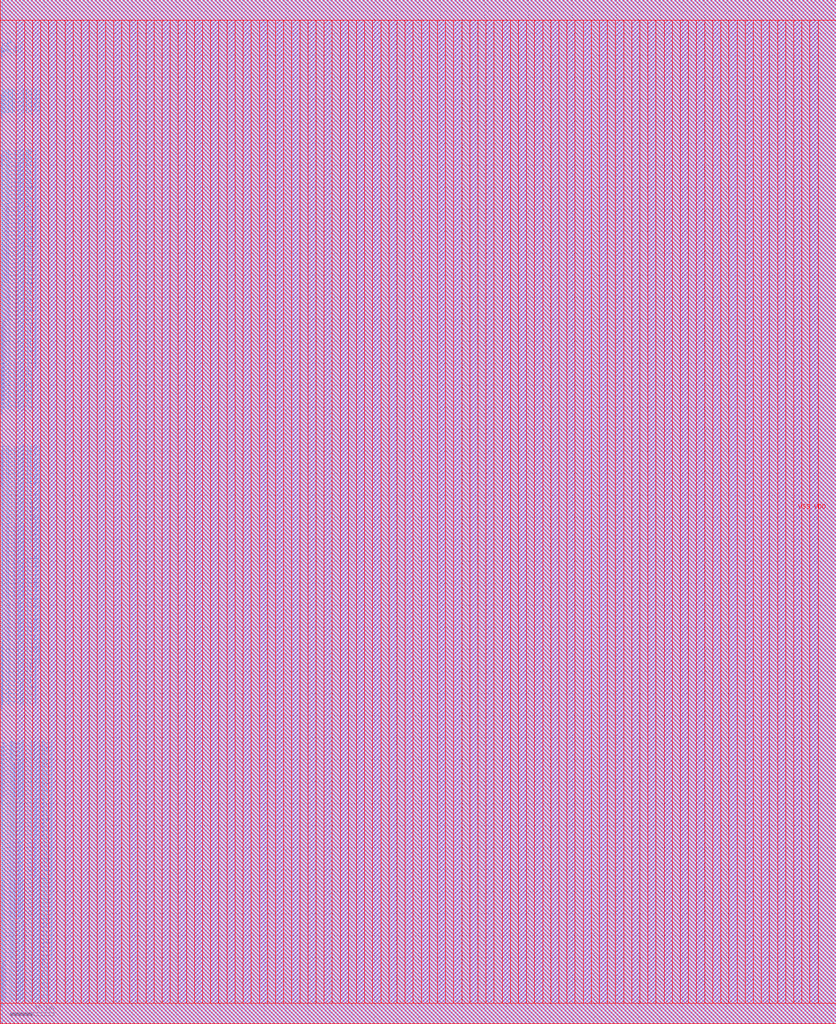
<source format=lef>
VERSION 5.7 ;
BUSBITCHARS "[]" ;
MACRO fakeram130_64x64
  FOREIGN fakeram130_64x64 0 0 ;
  SYMMETRY X Y R90 ;
  SIZE 189.980 BY 232.560 ;
  CLASS BLOCK ;
  PIN w_mask_in[0]
    DIRECTION INPUT ;
    USE SIGNAL ;
    SHAPE ABUTMENT ;
    PORT
      LAYER met3 ;
      RECT 0.000 4.370 0.460 4.830 ;
    END
  END w_mask_in[0]
  PIN w_mask_in[1]
    DIRECTION INPUT ;
    USE SIGNAL ;
    SHAPE ABUTMENT ;
    PORT
      LAYER met3 ;
      RECT 0.000 5.290 0.460 5.750 ;
    END
  END w_mask_in[1]
  PIN w_mask_in[2]
    DIRECTION INPUT ;
    USE SIGNAL ;
    SHAPE ABUTMENT ;
    PORT
      LAYER met3 ;
      RECT 0.000 6.210 0.460 6.670 ;
    END
  END w_mask_in[2]
  PIN w_mask_in[3]
    DIRECTION INPUT ;
    USE SIGNAL ;
    SHAPE ABUTMENT ;
    PORT
      LAYER met3 ;
      RECT 0.000 7.130 0.460 7.590 ;
    END
  END w_mask_in[3]
  PIN w_mask_in[4]
    DIRECTION INPUT ;
    USE SIGNAL ;
    SHAPE ABUTMENT ;
    PORT
      LAYER met3 ;
      RECT 0.000 8.050 0.460 8.510 ;
    END
  END w_mask_in[4]
  PIN w_mask_in[5]
    DIRECTION INPUT ;
    USE SIGNAL ;
    SHAPE ABUTMENT ;
    PORT
      LAYER met3 ;
      RECT 0.000 8.970 0.460 9.430 ;
    END
  END w_mask_in[5]
  PIN w_mask_in[6]
    DIRECTION INPUT ;
    USE SIGNAL ;
    SHAPE ABUTMENT ;
    PORT
      LAYER met3 ;
      RECT 0.000 9.890 0.460 10.350 ;
    END
  END w_mask_in[6]
  PIN w_mask_in[7]
    DIRECTION INPUT ;
    USE SIGNAL ;
    SHAPE ABUTMENT ;
    PORT
      LAYER met3 ;
      RECT 0.000 10.810 0.460 11.270 ;
    END
  END w_mask_in[7]
  PIN w_mask_in[8]
    DIRECTION INPUT ;
    USE SIGNAL ;
    SHAPE ABUTMENT ;
    PORT
      LAYER met3 ;
      RECT 0.000 11.730 0.460 12.190 ;
    END
  END w_mask_in[8]
  PIN w_mask_in[9]
    DIRECTION INPUT ;
    USE SIGNAL ;
    SHAPE ABUTMENT ;
    PORT
      LAYER met3 ;
      RECT 0.000 12.650 0.460 13.110 ;
    END
  END w_mask_in[9]
  PIN w_mask_in[10]
    DIRECTION INPUT ;
    USE SIGNAL ;
    SHAPE ABUTMENT ;
    PORT
      LAYER met3 ;
      RECT 0.000 13.570 0.460 14.030 ;
    END
  END w_mask_in[10]
  PIN w_mask_in[11]
    DIRECTION INPUT ;
    USE SIGNAL ;
    SHAPE ABUTMENT ;
    PORT
      LAYER met3 ;
      RECT 0.000 14.490 0.460 14.950 ;
    END
  END w_mask_in[11]
  PIN w_mask_in[12]
    DIRECTION INPUT ;
    USE SIGNAL ;
    SHAPE ABUTMENT ;
    PORT
      LAYER met3 ;
      RECT 0.000 15.410 0.460 15.870 ;
    END
  END w_mask_in[12]
  PIN w_mask_in[13]
    DIRECTION INPUT ;
    USE SIGNAL ;
    SHAPE ABUTMENT ;
    PORT
      LAYER met3 ;
      RECT 0.000 16.330 0.460 16.790 ;
    END
  END w_mask_in[13]
  PIN w_mask_in[14]
    DIRECTION INPUT ;
    USE SIGNAL ;
    SHAPE ABUTMENT ;
    PORT
      LAYER met3 ;
      RECT 0.000 17.250 0.460 17.710 ;
    END
  END w_mask_in[14]
  PIN w_mask_in[15]
    DIRECTION INPUT ;
    USE SIGNAL ;
    SHAPE ABUTMENT ;
    PORT
      LAYER met3 ;
      RECT 0.000 18.170 0.460 18.630 ;
    END
  END w_mask_in[15]
  PIN w_mask_in[16]
    DIRECTION INPUT ;
    USE SIGNAL ;
    SHAPE ABUTMENT ;
    PORT
      LAYER met3 ;
      RECT 0.000 19.090 0.460 19.550 ;
    END
  END w_mask_in[16]
  PIN w_mask_in[17]
    DIRECTION INPUT ;
    USE SIGNAL ;
    SHAPE ABUTMENT ;
    PORT
      LAYER met3 ;
      RECT 0.000 20.010 0.460 20.470 ;
    END
  END w_mask_in[17]
  PIN w_mask_in[18]
    DIRECTION INPUT ;
    USE SIGNAL ;
    SHAPE ABUTMENT ;
    PORT
      LAYER met3 ;
      RECT 0.000 20.930 0.460 21.390 ;
    END
  END w_mask_in[18]
  PIN w_mask_in[19]
    DIRECTION INPUT ;
    USE SIGNAL ;
    SHAPE ABUTMENT ;
    PORT
      LAYER met3 ;
      RECT 0.000 21.850 0.460 22.310 ;
    END
  END w_mask_in[19]
  PIN w_mask_in[20]
    DIRECTION INPUT ;
    USE SIGNAL ;
    SHAPE ABUTMENT ;
    PORT
      LAYER met3 ;
      RECT 0.000 22.770 0.460 23.230 ;
    END
  END w_mask_in[20]
  PIN w_mask_in[21]
    DIRECTION INPUT ;
    USE SIGNAL ;
    SHAPE ABUTMENT ;
    PORT
      LAYER met3 ;
      RECT 0.000 23.690 0.460 24.150 ;
    END
  END w_mask_in[21]
  PIN w_mask_in[22]
    DIRECTION INPUT ;
    USE SIGNAL ;
    SHAPE ABUTMENT ;
    PORT
      LAYER met3 ;
      RECT 0.000 24.610 0.460 25.070 ;
    END
  END w_mask_in[22]
  PIN w_mask_in[23]
    DIRECTION INPUT ;
    USE SIGNAL ;
    SHAPE ABUTMENT ;
    PORT
      LAYER met3 ;
      RECT 0.000 25.530 0.460 25.990 ;
    END
  END w_mask_in[23]
  PIN w_mask_in[24]
    DIRECTION INPUT ;
    USE SIGNAL ;
    SHAPE ABUTMENT ;
    PORT
      LAYER met3 ;
      RECT 0.000 26.450 0.460 26.910 ;
    END
  END w_mask_in[24]
  PIN w_mask_in[25]
    DIRECTION INPUT ;
    USE SIGNAL ;
    SHAPE ABUTMENT ;
    PORT
      LAYER met3 ;
      RECT 0.000 27.370 0.460 27.830 ;
    END
  END w_mask_in[25]
  PIN w_mask_in[26]
    DIRECTION INPUT ;
    USE SIGNAL ;
    SHAPE ABUTMENT ;
    PORT
      LAYER met3 ;
      RECT 0.000 28.290 0.460 28.750 ;
    END
  END w_mask_in[26]
  PIN w_mask_in[27]
    DIRECTION INPUT ;
    USE SIGNAL ;
    SHAPE ABUTMENT ;
    PORT
      LAYER met3 ;
      RECT 0.000 29.210 0.460 29.670 ;
    END
  END w_mask_in[27]
  PIN w_mask_in[28]
    DIRECTION INPUT ;
    USE SIGNAL ;
    SHAPE ABUTMENT ;
    PORT
      LAYER met3 ;
      RECT 0.000 30.130 0.460 30.590 ;
    END
  END w_mask_in[28]
  PIN w_mask_in[29]
    DIRECTION INPUT ;
    USE SIGNAL ;
    SHAPE ABUTMENT ;
    PORT
      LAYER met3 ;
      RECT 0.000 31.050 0.460 31.510 ;
    END
  END w_mask_in[29]
  PIN w_mask_in[30]
    DIRECTION INPUT ;
    USE SIGNAL ;
    SHAPE ABUTMENT ;
    PORT
      LAYER met3 ;
      RECT 0.000 31.970 0.460 32.430 ;
    END
  END w_mask_in[30]
  PIN w_mask_in[31]
    DIRECTION INPUT ;
    USE SIGNAL ;
    SHAPE ABUTMENT ;
    PORT
      LAYER met3 ;
      RECT 0.000 32.890 0.460 33.350 ;
    END
  END w_mask_in[31]
  PIN w_mask_in[32]
    DIRECTION INPUT ;
    USE SIGNAL ;
    SHAPE ABUTMENT ;
    PORT
      LAYER met3 ;
      RECT 0.000 33.810 0.460 34.270 ;
    END
  END w_mask_in[32]
  PIN w_mask_in[33]
    DIRECTION INPUT ;
    USE SIGNAL ;
    SHAPE ABUTMENT ;
    PORT
      LAYER met3 ;
      RECT 0.000 34.730 0.460 35.190 ;
    END
  END w_mask_in[33]
  PIN w_mask_in[34]
    DIRECTION INPUT ;
    USE SIGNAL ;
    SHAPE ABUTMENT ;
    PORT
      LAYER met3 ;
      RECT 0.000 35.650 0.460 36.110 ;
    END
  END w_mask_in[34]
  PIN w_mask_in[35]
    DIRECTION INPUT ;
    USE SIGNAL ;
    SHAPE ABUTMENT ;
    PORT
      LAYER met3 ;
      RECT 0.000 36.570 0.460 37.030 ;
    END
  END w_mask_in[35]
  PIN w_mask_in[36]
    DIRECTION INPUT ;
    USE SIGNAL ;
    SHAPE ABUTMENT ;
    PORT
      LAYER met3 ;
      RECT 0.000 37.490 0.460 37.950 ;
    END
  END w_mask_in[36]
  PIN w_mask_in[37]
    DIRECTION INPUT ;
    USE SIGNAL ;
    SHAPE ABUTMENT ;
    PORT
      LAYER met3 ;
      RECT 0.000 38.410 0.460 38.870 ;
    END
  END w_mask_in[37]
  PIN w_mask_in[38]
    DIRECTION INPUT ;
    USE SIGNAL ;
    SHAPE ABUTMENT ;
    PORT
      LAYER met3 ;
      RECT 0.000 39.330 0.460 39.790 ;
    END
  END w_mask_in[38]
  PIN w_mask_in[39]
    DIRECTION INPUT ;
    USE SIGNAL ;
    SHAPE ABUTMENT ;
    PORT
      LAYER met3 ;
      RECT 0.000 40.250 0.460 40.710 ;
    END
  END w_mask_in[39]
  PIN w_mask_in[40]
    DIRECTION INPUT ;
    USE SIGNAL ;
    SHAPE ABUTMENT ;
    PORT
      LAYER met3 ;
      RECT 0.000 41.170 0.460 41.630 ;
    END
  END w_mask_in[40]
  PIN w_mask_in[41]
    DIRECTION INPUT ;
    USE SIGNAL ;
    SHAPE ABUTMENT ;
    PORT
      LAYER met3 ;
      RECT 0.000 42.090 0.460 42.550 ;
    END
  END w_mask_in[41]
  PIN w_mask_in[42]
    DIRECTION INPUT ;
    USE SIGNAL ;
    SHAPE ABUTMENT ;
    PORT
      LAYER met3 ;
      RECT 0.000 43.010 0.460 43.470 ;
    END
  END w_mask_in[42]
  PIN w_mask_in[43]
    DIRECTION INPUT ;
    USE SIGNAL ;
    SHAPE ABUTMENT ;
    PORT
      LAYER met3 ;
      RECT 0.000 43.930 0.460 44.390 ;
    END
  END w_mask_in[43]
  PIN w_mask_in[44]
    DIRECTION INPUT ;
    USE SIGNAL ;
    SHAPE ABUTMENT ;
    PORT
      LAYER met3 ;
      RECT 0.000 44.850 0.460 45.310 ;
    END
  END w_mask_in[44]
  PIN w_mask_in[45]
    DIRECTION INPUT ;
    USE SIGNAL ;
    SHAPE ABUTMENT ;
    PORT
      LAYER met3 ;
      RECT 0.000 45.770 0.460 46.230 ;
    END
  END w_mask_in[45]
  PIN w_mask_in[46]
    DIRECTION INPUT ;
    USE SIGNAL ;
    SHAPE ABUTMENT ;
    PORT
      LAYER met3 ;
      RECT 0.000 46.690 0.460 47.150 ;
    END
  END w_mask_in[46]
  PIN w_mask_in[47]
    DIRECTION INPUT ;
    USE SIGNAL ;
    SHAPE ABUTMENT ;
    PORT
      LAYER met3 ;
      RECT 0.000 47.610 0.460 48.070 ;
    END
  END w_mask_in[47]
  PIN w_mask_in[48]
    DIRECTION INPUT ;
    USE SIGNAL ;
    SHAPE ABUTMENT ;
    PORT
      LAYER met3 ;
      RECT 0.000 48.530 0.460 48.990 ;
    END
  END w_mask_in[48]
  PIN w_mask_in[49]
    DIRECTION INPUT ;
    USE SIGNAL ;
    SHAPE ABUTMENT ;
    PORT
      LAYER met3 ;
      RECT 0.000 49.450 0.460 49.910 ;
    END
  END w_mask_in[49]
  PIN w_mask_in[50]
    DIRECTION INPUT ;
    USE SIGNAL ;
    SHAPE ABUTMENT ;
    PORT
      LAYER met3 ;
      RECT 0.000 50.370 0.460 50.830 ;
    END
  END w_mask_in[50]
  PIN w_mask_in[51]
    DIRECTION INPUT ;
    USE SIGNAL ;
    SHAPE ABUTMENT ;
    PORT
      LAYER met3 ;
      RECT 0.000 51.290 0.460 51.750 ;
    END
  END w_mask_in[51]
  PIN w_mask_in[52]
    DIRECTION INPUT ;
    USE SIGNAL ;
    SHAPE ABUTMENT ;
    PORT
      LAYER met3 ;
      RECT 0.000 52.210 0.460 52.670 ;
    END
  END w_mask_in[52]
  PIN w_mask_in[53]
    DIRECTION INPUT ;
    USE SIGNAL ;
    SHAPE ABUTMENT ;
    PORT
      LAYER met3 ;
      RECT 0.000 53.130 0.460 53.590 ;
    END
  END w_mask_in[53]
  PIN w_mask_in[54]
    DIRECTION INPUT ;
    USE SIGNAL ;
    SHAPE ABUTMENT ;
    PORT
      LAYER met3 ;
      RECT 0.000 54.050 0.460 54.510 ;
    END
  END w_mask_in[54]
  PIN w_mask_in[55]
    DIRECTION INPUT ;
    USE SIGNAL ;
    SHAPE ABUTMENT ;
    PORT
      LAYER met3 ;
      RECT 0.000 54.970 0.460 55.430 ;
    END
  END w_mask_in[55]
  PIN w_mask_in[56]
    DIRECTION INPUT ;
    USE SIGNAL ;
    SHAPE ABUTMENT ;
    PORT
      LAYER met3 ;
      RECT 0.000 55.890 0.460 56.350 ;
    END
  END w_mask_in[56]
  PIN w_mask_in[57]
    DIRECTION INPUT ;
    USE SIGNAL ;
    SHAPE ABUTMENT ;
    PORT
      LAYER met3 ;
      RECT 0.000 56.810 0.460 57.270 ;
    END
  END w_mask_in[57]
  PIN w_mask_in[58]
    DIRECTION INPUT ;
    USE SIGNAL ;
    SHAPE ABUTMENT ;
    PORT
      LAYER met3 ;
      RECT 0.000 57.730 0.460 58.190 ;
    END
  END w_mask_in[58]
  PIN w_mask_in[59]
    DIRECTION INPUT ;
    USE SIGNAL ;
    SHAPE ABUTMENT ;
    PORT
      LAYER met3 ;
      RECT 0.000 58.650 0.460 59.110 ;
    END
  END w_mask_in[59]
  PIN w_mask_in[60]
    DIRECTION INPUT ;
    USE SIGNAL ;
    SHAPE ABUTMENT ;
    PORT
      LAYER met3 ;
      RECT 0.000 59.570 0.460 60.030 ;
    END
  END w_mask_in[60]
  PIN w_mask_in[61]
    DIRECTION INPUT ;
    USE SIGNAL ;
    SHAPE ABUTMENT ;
    PORT
      LAYER met3 ;
      RECT 0.000 60.490 0.460 60.950 ;
    END
  END w_mask_in[61]
  PIN w_mask_in[62]
    DIRECTION INPUT ;
    USE SIGNAL ;
    SHAPE ABUTMENT ;
    PORT
      LAYER met3 ;
      RECT 0.000 61.410 0.460 61.870 ;
    END
  END w_mask_in[62]
  PIN w_mask_in[63]
    DIRECTION INPUT ;
    USE SIGNAL ;
    SHAPE ABUTMENT ;
    PORT
      LAYER met3 ;
      RECT 0.000 62.330 0.460 62.790 ;
    END
  END w_mask_in[63]
  PIN rd_out[0]
    DIRECTION OUTPUT ;
    USE SIGNAL ;
    SHAPE ABUTMENT ;
    PORT
      LAYER met3 ;
      RECT 0.000 71.530 0.460 71.990 ;
    END
  END rd_out[0]
  PIN rd_out[1]
    DIRECTION OUTPUT ;
    USE SIGNAL ;
    SHAPE ABUTMENT ;
    PORT
      LAYER met3 ;
      RECT 0.000 72.450 0.460 72.910 ;
    END
  END rd_out[1]
  PIN rd_out[2]
    DIRECTION OUTPUT ;
    USE SIGNAL ;
    SHAPE ABUTMENT ;
    PORT
      LAYER met3 ;
      RECT 0.000 73.370 0.460 73.830 ;
    END
  END rd_out[2]
  PIN rd_out[3]
    DIRECTION OUTPUT ;
    USE SIGNAL ;
    SHAPE ABUTMENT ;
    PORT
      LAYER met3 ;
      RECT 0.000 74.290 0.460 74.750 ;
    END
  END rd_out[3]
  PIN rd_out[4]
    DIRECTION OUTPUT ;
    USE SIGNAL ;
    SHAPE ABUTMENT ;
    PORT
      LAYER met3 ;
      RECT 0.000 75.210 0.460 75.670 ;
    END
  END rd_out[4]
  PIN rd_out[5]
    DIRECTION OUTPUT ;
    USE SIGNAL ;
    SHAPE ABUTMENT ;
    PORT
      LAYER met3 ;
      RECT 0.000 76.130 0.460 76.590 ;
    END
  END rd_out[5]
  PIN rd_out[6]
    DIRECTION OUTPUT ;
    USE SIGNAL ;
    SHAPE ABUTMENT ;
    PORT
      LAYER met3 ;
      RECT 0.000 77.050 0.460 77.510 ;
    END
  END rd_out[6]
  PIN rd_out[7]
    DIRECTION OUTPUT ;
    USE SIGNAL ;
    SHAPE ABUTMENT ;
    PORT
      LAYER met3 ;
      RECT 0.000 77.970 0.460 78.430 ;
    END
  END rd_out[7]
  PIN rd_out[8]
    DIRECTION OUTPUT ;
    USE SIGNAL ;
    SHAPE ABUTMENT ;
    PORT
      LAYER met3 ;
      RECT 0.000 78.890 0.460 79.350 ;
    END
  END rd_out[8]
  PIN rd_out[9]
    DIRECTION OUTPUT ;
    USE SIGNAL ;
    SHAPE ABUTMENT ;
    PORT
      LAYER met3 ;
      RECT 0.000 79.810 0.460 80.270 ;
    END
  END rd_out[9]
  PIN rd_out[10]
    DIRECTION OUTPUT ;
    USE SIGNAL ;
    SHAPE ABUTMENT ;
    PORT
      LAYER met3 ;
      RECT 0.000 80.730 0.460 81.190 ;
    END
  END rd_out[10]
  PIN rd_out[11]
    DIRECTION OUTPUT ;
    USE SIGNAL ;
    SHAPE ABUTMENT ;
    PORT
      LAYER met3 ;
      RECT 0.000 81.650 0.460 82.110 ;
    END
  END rd_out[11]
  PIN rd_out[12]
    DIRECTION OUTPUT ;
    USE SIGNAL ;
    SHAPE ABUTMENT ;
    PORT
      LAYER met3 ;
      RECT 0.000 82.570 0.460 83.030 ;
    END
  END rd_out[12]
  PIN rd_out[13]
    DIRECTION OUTPUT ;
    USE SIGNAL ;
    SHAPE ABUTMENT ;
    PORT
      LAYER met3 ;
      RECT 0.000 83.490 0.460 83.950 ;
    END
  END rd_out[13]
  PIN rd_out[14]
    DIRECTION OUTPUT ;
    USE SIGNAL ;
    SHAPE ABUTMENT ;
    PORT
      LAYER met3 ;
      RECT 0.000 84.410 0.460 84.870 ;
    END
  END rd_out[14]
  PIN rd_out[15]
    DIRECTION OUTPUT ;
    USE SIGNAL ;
    SHAPE ABUTMENT ;
    PORT
      LAYER met3 ;
      RECT 0.000 85.330 0.460 85.790 ;
    END
  END rd_out[15]
  PIN rd_out[16]
    DIRECTION OUTPUT ;
    USE SIGNAL ;
    SHAPE ABUTMENT ;
    PORT
      LAYER met3 ;
      RECT 0.000 86.250 0.460 86.710 ;
    END
  END rd_out[16]
  PIN rd_out[17]
    DIRECTION OUTPUT ;
    USE SIGNAL ;
    SHAPE ABUTMENT ;
    PORT
      LAYER met3 ;
      RECT 0.000 87.170 0.460 87.630 ;
    END
  END rd_out[17]
  PIN rd_out[18]
    DIRECTION OUTPUT ;
    USE SIGNAL ;
    SHAPE ABUTMENT ;
    PORT
      LAYER met3 ;
      RECT 0.000 88.090 0.460 88.550 ;
    END
  END rd_out[18]
  PIN rd_out[19]
    DIRECTION OUTPUT ;
    USE SIGNAL ;
    SHAPE ABUTMENT ;
    PORT
      LAYER met3 ;
      RECT 0.000 89.010 0.460 89.470 ;
    END
  END rd_out[19]
  PIN rd_out[20]
    DIRECTION OUTPUT ;
    USE SIGNAL ;
    SHAPE ABUTMENT ;
    PORT
      LAYER met3 ;
      RECT 0.000 89.930 0.460 90.390 ;
    END
  END rd_out[20]
  PIN rd_out[21]
    DIRECTION OUTPUT ;
    USE SIGNAL ;
    SHAPE ABUTMENT ;
    PORT
      LAYER met3 ;
      RECT 0.000 90.850 0.460 91.310 ;
    END
  END rd_out[21]
  PIN rd_out[22]
    DIRECTION OUTPUT ;
    USE SIGNAL ;
    SHAPE ABUTMENT ;
    PORT
      LAYER met3 ;
      RECT 0.000 91.770 0.460 92.230 ;
    END
  END rd_out[22]
  PIN rd_out[23]
    DIRECTION OUTPUT ;
    USE SIGNAL ;
    SHAPE ABUTMENT ;
    PORT
      LAYER met3 ;
      RECT 0.000 92.690 0.460 93.150 ;
    END
  END rd_out[23]
  PIN rd_out[24]
    DIRECTION OUTPUT ;
    USE SIGNAL ;
    SHAPE ABUTMENT ;
    PORT
      LAYER met3 ;
      RECT 0.000 93.610 0.460 94.070 ;
    END
  END rd_out[24]
  PIN rd_out[25]
    DIRECTION OUTPUT ;
    USE SIGNAL ;
    SHAPE ABUTMENT ;
    PORT
      LAYER met3 ;
      RECT 0.000 94.530 0.460 94.990 ;
    END
  END rd_out[25]
  PIN rd_out[26]
    DIRECTION OUTPUT ;
    USE SIGNAL ;
    SHAPE ABUTMENT ;
    PORT
      LAYER met3 ;
      RECT 0.000 95.450 0.460 95.910 ;
    END
  END rd_out[26]
  PIN rd_out[27]
    DIRECTION OUTPUT ;
    USE SIGNAL ;
    SHAPE ABUTMENT ;
    PORT
      LAYER met3 ;
      RECT 0.000 96.370 0.460 96.830 ;
    END
  END rd_out[27]
  PIN rd_out[28]
    DIRECTION OUTPUT ;
    USE SIGNAL ;
    SHAPE ABUTMENT ;
    PORT
      LAYER met3 ;
      RECT 0.000 97.290 0.460 97.750 ;
    END
  END rd_out[28]
  PIN rd_out[29]
    DIRECTION OUTPUT ;
    USE SIGNAL ;
    SHAPE ABUTMENT ;
    PORT
      LAYER met3 ;
      RECT 0.000 98.210 0.460 98.670 ;
    END
  END rd_out[29]
  PIN rd_out[30]
    DIRECTION OUTPUT ;
    USE SIGNAL ;
    SHAPE ABUTMENT ;
    PORT
      LAYER met3 ;
      RECT 0.000 99.130 0.460 99.590 ;
    END
  END rd_out[30]
  PIN rd_out[31]
    DIRECTION OUTPUT ;
    USE SIGNAL ;
    SHAPE ABUTMENT ;
    PORT
      LAYER met3 ;
      RECT 0.000 100.050 0.460 100.510 ;
    END
  END rd_out[31]
  PIN rd_out[32]
    DIRECTION OUTPUT ;
    USE SIGNAL ;
    SHAPE ABUTMENT ;
    PORT
      LAYER met3 ;
      RECT 0.000 100.970 0.460 101.430 ;
    END
  END rd_out[32]
  PIN rd_out[33]
    DIRECTION OUTPUT ;
    USE SIGNAL ;
    SHAPE ABUTMENT ;
    PORT
      LAYER met3 ;
      RECT 0.000 101.890 0.460 102.350 ;
    END
  END rd_out[33]
  PIN rd_out[34]
    DIRECTION OUTPUT ;
    USE SIGNAL ;
    SHAPE ABUTMENT ;
    PORT
      LAYER met3 ;
      RECT 0.000 102.810 0.460 103.270 ;
    END
  END rd_out[34]
  PIN rd_out[35]
    DIRECTION OUTPUT ;
    USE SIGNAL ;
    SHAPE ABUTMENT ;
    PORT
      LAYER met3 ;
      RECT 0.000 103.730 0.460 104.190 ;
    END
  END rd_out[35]
  PIN rd_out[36]
    DIRECTION OUTPUT ;
    USE SIGNAL ;
    SHAPE ABUTMENT ;
    PORT
      LAYER met3 ;
      RECT 0.000 104.650 0.460 105.110 ;
    END
  END rd_out[36]
  PIN rd_out[37]
    DIRECTION OUTPUT ;
    USE SIGNAL ;
    SHAPE ABUTMENT ;
    PORT
      LAYER met3 ;
      RECT 0.000 105.570 0.460 106.030 ;
    END
  END rd_out[37]
  PIN rd_out[38]
    DIRECTION OUTPUT ;
    USE SIGNAL ;
    SHAPE ABUTMENT ;
    PORT
      LAYER met3 ;
      RECT 0.000 106.490 0.460 106.950 ;
    END
  END rd_out[38]
  PIN rd_out[39]
    DIRECTION OUTPUT ;
    USE SIGNAL ;
    SHAPE ABUTMENT ;
    PORT
      LAYER met3 ;
      RECT 0.000 107.410 0.460 107.870 ;
    END
  END rd_out[39]
  PIN rd_out[40]
    DIRECTION OUTPUT ;
    USE SIGNAL ;
    SHAPE ABUTMENT ;
    PORT
      LAYER met3 ;
      RECT 0.000 108.330 0.460 108.790 ;
    END
  END rd_out[40]
  PIN rd_out[41]
    DIRECTION OUTPUT ;
    USE SIGNAL ;
    SHAPE ABUTMENT ;
    PORT
      LAYER met3 ;
      RECT 0.000 109.250 0.460 109.710 ;
    END
  END rd_out[41]
  PIN rd_out[42]
    DIRECTION OUTPUT ;
    USE SIGNAL ;
    SHAPE ABUTMENT ;
    PORT
      LAYER met3 ;
      RECT 0.000 110.170 0.460 110.630 ;
    END
  END rd_out[42]
  PIN rd_out[43]
    DIRECTION OUTPUT ;
    USE SIGNAL ;
    SHAPE ABUTMENT ;
    PORT
      LAYER met3 ;
      RECT 0.000 111.090 0.460 111.550 ;
    END
  END rd_out[43]
  PIN rd_out[44]
    DIRECTION OUTPUT ;
    USE SIGNAL ;
    SHAPE ABUTMENT ;
    PORT
      LAYER met3 ;
      RECT 0.000 112.010 0.460 112.470 ;
    END
  END rd_out[44]
  PIN rd_out[45]
    DIRECTION OUTPUT ;
    USE SIGNAL ;
    SHAPE ABUTMENT ;
    PORT
      LAYER met3 ;
      RECT 0.000 112.930 0.460 113.390 ;
    END
  END rd_out[45]
  PIN rd_out[46]
    DIRECTION OUTPUT ;
    USE SIGNAL ;
    SHAPE ABUTMENT ;
    PORT
      LAYER met3 ;
      RECT 0.000 113.850 0.460 114.310 ;
    END
  END rd_out[46]
  PIN rd_out[47]
    DIRECTION OUTPUT ;
    USE SIGNAL ;
    SHAPE ABUTMENT ;
    PORT
      LAYER met3 ;
      RECT 0.000 114.770 0.460 115.230 ;
    END
  END rd_out[47]
  PIN rd_out[48]
    DIRECTION OUTPUT ;
    USE SIGNAL ;
    SHAPE ABUTMENT ;
    PORT
      LAYER met3 ;
      RECT 0.000 115.690 0.460 116.150 ;
    END
  END rd_out[48]
  PIN rd_out[49]
    DIRECTION OUTPUT ;
    USE SIGNAL ;
    SHAPE ABUTMENT ;
    PORT
      LAYER met3 ;
      RECT 0.000 116.610 0.460 117.070 ;
    END
  END rd_out[49]
  PIN rd_out[50]
    DIRECTION OUTPUT ;
    USE SIGNAL ;
    SHAPE ABUTMENT ;
    PORT
      LAYER met3 ;
      RECT 0.000 117.530 0.460 117.990 ;
    END
  END rd_out[50]
  PIN rd_out[51]
    DIRECTION OUTPUT ;
    USE SIGNAL ;
    SHAPE ABUTMENT ;
    PORT
      LAYER met3 ;
      RECT 0.000 118.450 0.460 118.910 ;
    END
  END rd_out[51]
  PIN rd_out[52]
    DIRECTION OUTPUT ;
    USE SIGNAL ;
    SHAPE ABUTMENT ;
    PORT
      LAYER met3 ;
      RECT 0.000 119.370 0.460 119.830 ;
    END
  END rd_out[52]
  PIN rd_out[53]
    DIRECTION OUTPUT ;
    USE SIGNAL ;
    SHAPE ABUTMENT ;
    PORT
      LAYER met3 ;
      RECT 0.000 120.290 0.460 120.750 ;
    END
  END rd_out[53]
  PIN rd_out[54]
    DIRECTION OUTPUT ;
    USE SIGNAL ;
    SHAPE ABUTMENT ;
    PORT
      LAYER met3 ;
      RECT 0.000 121.210 0.460 121.670 ;
    END
  END rd_out[54]
  PIN rd_out[55]
    DIRECTION OUTPUT ;
    USE SIGNAL ;
    SHAPE ABUTMENT ;
    PORT
      LAYER met3 ;
      RECT 0.000 122.130 0.460 122.590 ;
    END
  END rd_out[55]
  PIN rd_out[56]
    DIRECTION OUTPUT ;
    USE SIGNAL ;
    SHAPE ABUTMENT ;
    PORT
      LAYER met3 ;
      RECT 0.000 123.050 0.460 123.510 ;
    END
  END rd_out[56]
  PIN rd_out[57]
    DIRECTION OUTPUT ;
    USE SIGNAL ;
    SHAPE ABUTMENT ;
    PORT
      LAYER met3 ;
      RECT 0.000 123.970 0.460 124.430 ;
    END
  END rd_out[57]
  PIN rd_out[58]
    DIRECTION OUTPUT ;
    USE SIGNAL ;
    SHAPE ABUTMENT ;
    PORT
      LAYER met3 ;
      RECT 0.000 124.890 0.460 125.350 ;
    END
  END rd_out[58]
  PIN rd_out[59]
    DIRECTION OUTPUT ;
    USE SIGNAL ;
    SHAPE ABUTMENT ;
    PORT
      LAYER met3 ;
      RECT 0.000 125.810 0.460 126.270 ;
    END
  END rd_out[59]
  PIN rd_out[60]
    DIRECTION OUTPUT ;
    USE SIGNAL ;
    SHAPE ABUTMENT ;
    PORT
      LAYER met3 ;
      RECT 0.000 126.730 0.460 127.190 ;
    END
  END rd_out[60]
  PIN rd_out[61]
    DIRECTION OUTPUT ;
    USE SIGNAL ;
    SHAPE ABUTMENT ;
    PORT
      LAYER met3 ;
      RECT 0.000 127.650 0.460 128.110 ;
    END
  END rd_out[61]
  PIN rd_out[62]
    DIRECTION OUTPUT ;
    USE SIGNAL ;
    SHAPE ABUTMENT ;
    PORT
      LAYER met3 ;
      RECT 0.000 128.570 0.460 129.030 ;
    END
  END rd_out[62]
  PIN rd_out[63]
    DIRECTION OUTPUT ;
    USE SIGNAL ;
    SHAPE ABUTMENT ;
    PORT
      LAYER met3 ;
      RECT 0.000 129.490 0.460 129.950 ;
    END
  END rd_out[63]
  PIN wd_in[0]
    DIRECTION INPUT ;
    USE SIGNAL ;
    SHAPE ABUTMENT ;
    PORT
      LAYER met3 ;
      RECT 0.000 138.690 0.460 139.150 ;
    END
  END wd_in[0]
  PIN wd_in[1]
    DIRECTION INPUT ;
    USE SIGNAL ;
    SHAPE ABUTMENT ;
    PORT
      LAYER met3 ;
      RECT 0.000 139.610 0.460 140.070 ;
    END
  END wd_in[1]
  PIN wd_in[2]
    DIRECTION INPUT ;
    USE SIGNAL ;
    SHAPE ABUTMENT ;
    PORT
      LAYER met3 ;
      RECT 0.000 140.530 0.460 140.990 ;
    END
  END wd_in[2]
  PIN wd_in[3]
    DIRECTION INPUT ;
    USE SIGNAL ;
    SHAPE ABUTMENT ;
    PORT
      LAYER met3 ;
      RECT 0.000 141.450 0.460 141.910 ;
    END
  END wd_in[3]
  PIN wd_in[4]
    DIRECTION INPUT ;
    USE SIGNAL ;
    SHAPE ABUTMENT ;
    PORT
      LAYER met3 ;
      RECT 0.000 142.370 0.460 142.830 ;
    END
  END wd_in[4]
  PIN wd_in[5]
    DIRECTION INPUT ;
    USE SIGNAL ;
    SHAPE ABUTMENT ;
    PORT
      LAYER met3 ;
      RECT 0.000 143.290 0.460 143.750 ;
    END
  END wd_in[5]
  PIN wd_in[6]
    DIRECTION INPUT ;
    USE SIGNAL ;
    SHAPE ABUTMENT ;
    PORT
      LAYER met3 ;
      RECT 0.000 144.210 0.460 144.670 ;
    END
  END wd_in[6]
  PIN wd_in[7]
    DIRECTION INPUT ;
    USE SIGNAL ;
    SHAPE ABUTMENT ;
    PORT
      LAYER met3 ;
      RECT 0.000 145.130 0.460 145.590 ;
    END
  END wd_in[7]
  PIN wd_in[8]
    DIRECTION INPUT ;
    USE SIGNAL ;
    SHAPE ABUTMENT ;
    PORT
      LAYER met3 ;
      RECT 0.000 146.050 0.460 146.510 ;
    END
  END wd_in[8]
  PIN wd_in[9]
    DIRECTION INPUT ;
    USE SIGNAL ;
    SHAPE ABUTMENT ;
    PORT
      LAYER met3 ;
      RECT 0.000 146.970 0.460 147.430 ;
    END
  END wd_in[9]
  PIN wd_in[10]
    DIRECTION INPUT ;
    USE SIGNAL ;
    SHAPE ABUTMENT ;
    PORT
      LAYER met3 ;
      RECT 0.000 147.890 0.460 148.350 ;
    END
  END wd_in[10]
  PIN wd_in[11]
    DIRECTION INPUT ;
    USE SIGNAL ;
    SHAPE ABUTMENT ;
    PORT
      LAYER met3 ;
      RECT 0.000 148.810 0.460 149.270 ;
    END
  END wd_in[11]
  PIN wd_in[12]
    DIRECTION INPUT ;
    USE SIGNAL ;
    SHAPE ABUTMENT ;
    PORT
      LAYER met3 ;
      RECT 0.000 149.730 0.460 150.190 ;
    END
  END wd_in[12]
  PIN wd_in[13]
    DIRECTION INPUT ;
    USE SIGNAL ;
    SHAPE ABUTMENT ;
    PORT
      LAYER met3 ;
      RECT 0.000 150.650 0.460 151.110 ;
    END
  END wd_in[13]
  PIN wd_in[14]
    DIRECTION INPUT ;
    USE SIGNAL ;
    SHAPE ABUTMENT ;
    PORT
      LAYER met3 ;
      RECT 0.000 151.570 0.460 152.030 ;
    END
  END wd_in[14]
  PIN wd_in[15]
    DIRECTION INPUT ;
    USE SIGNAL ;
    SHAPE ABUTMENT ;
    PORT
      LAYER met3 ;
      RECT 0.000 152.490 0.460 152.950 ;
    END
  END wd_in[15]
  PIN wd_in[16]
    DIRECTION INPUT ;
    USE SIGNAL ;
    SHAPE ABUTMENT ;
    PORT
      LAYER met3 ;
      RECT 0.000 153.410 0.460 153.870 ;
    END
  END wd_in[16]
  PIN wd_in[17]
    DIRECTION INPUT ;
    USE SIGNAL ;
    SHAPE ABUTMENT ;
    PORT
      LAYER met3 ;
      RECT 0.000 154.330 0.460 154.790 ;
    END
  END wd_in[17]
  PIN wd_in[18]
    DIRECTION INPUT ;
    USE SIGNAL ;
    SHAPE ABUTMENT ;
    PORT
      LAYER met3 ;
      RECT 0.000 155.250 0.460 155.710 ;
    END
  END wd_in[18]
  PIN wd_in[19]
    DIRECTION INPUT ;
    USE SIGNAL ;
    SHAPE ABUTMENT ;
    PORT
      LAYER met3 ;
      RECT 0.000 156.170 0.460 156.630 ;
    END
  END wd_in[19]
  PIN wd_in[20]
    DIRECTION INPUT ;
    USE SIGNAL ;
    SHAPE ABUTMENT ;
    PORT
      LAYER met3 ;
      RECT 0.000 157.090 0.460 157.550 ;
    END
  END wd_in[20]
  PIN wd_in[21]
    DIRECTION INPUT ;
    USE SIGNAL ;
    SHAPE ABUTMENT ;
    PORT
      LAYER met3 ;
      RECT 0.000 158.010 0.460 158.470 ;
    END
  END wd_in[21]
  PIN wd_in[22]
    DIRECTION INPUT ;
    USE SIGNAL ;
    SHAPE ABUTMENT ;
    PORT
      LAYER met3 ;
      RECT 0.000 158.930 0.460 159.390 ;
    END
  END wd_in[22]
  PIN wd_in[23]
    DIRECTION INPUT ;
    USE SIGNAL ;
    SHAPE ABUTMENT ;
    PORT
      LAYER met3 ;
      RECT 0.000 159.850 0.460 160.310 ;
    END
  END wd_in[23]
  PIN wd_in[24]
    DIRECTION INPUT ;
    USE SIGNAL ;
    SHAPE ABUTMENT ;
    PORT
      LAYER met3 ;
      RECT 0.000 160.770 0.460 161.230 ;
    END
  END wd_in[24]
  PIN wd_in[25]
    DIRECTION INPUT ;
    USE SIGNAL ;
    SHAPE ABUTMENT ;
    PORT
      LAYER met3 ;
      RECT 0.000 161.690 0.460 162.150 ;
    END
  END wd_in[25]
  PIN wd_in[26]
    DIRECTION INPUT ;
    USE SIGNAL ;
    SHAPE ABUTMENT ;
    PORT
      LAYER met3 ;
      RECT 0.000 162.610 0.460 163.070 ;
    END
  END wd_in[26]
  PIN wd_in[27]
    DIRECTION INPUT ;
    USE SIGNAL ;
    SHAPE ABUTMENT ;
    PORT
      LAYER met3 ;
      RECT 0.000 163.530 0.460 163.990 ;
    END
  END wd_in[27]
  PIN wd_in[28]
    DIRECTION INPUT ;
    USE SIGNAL ;
    SHAPE ABUTMENT ;
    PORT
      LAYER met3 ;
      RECT 0.000 164.450 0.460 164.910 ;
    END
  END wd_in[28]
  PIN wd_in[29]
    DIRECTION INPUT ;
    USE SIGNAL ;
    SHAPE ABUTMENT ;
    PORT
      LAYER met3 ;
      RECT 0.000 165.370 0.460 165.830 ;
    END
  END wd_in[29]
  PIN wd_in[30]
    DIRECTION INPUT ;
    USE SIGNAL ;
    SHAPE ABUTMENT ;
    PORT
      LAYER met3 ;
      RECT 0.000 166.290 0.460 166.750 ;
    END
  END wd_in[30]
  PIN wd_in[31]
    DIRECTION INPUT ;
    USE SIGNAL ;
    SHAPE ABUTMENT ;
    PORT
      LAYER met3 ;
      RECT 0.000 167.210 0.460 167.670 ;
    END
  END wd_in[31]
  PIN wd_in[32]
    DIRECTION INPUT ;
    USE SIGNAL ;
    SHAPE ABUTMENT ;
    PORT
      LAYER met3 ;
      RECT 0.000 168.130 0.460 168.590 ;
    END
  END wd_in[32]
  PIN wd_in[33]
    DIRECTION INPUT ;
    USE SIGNAL ;
    SHAPE ABUTMENT ;
    PORT
      LAYER met3 ;
      RECT 0.000 169.050 0.460 169.510 ;
    END
  END wd_in[33]
  PIN wd_in[34]
    DIRECTION INPUT ;
    USE SIGNAL ;
    SHAPE ABUTMENT ;
    PORT
      LAYER met3 ;
      RECT 0.000 169.970 0.460 170.430 ;
    END
  END wd_in[34]
  PIN wd_in[35]
    DIRECTION INPUT ;
    USE SIGNAL ;
    SHAPE ABUTMENT ;
    PORT
      LAYER met3 ;
      RECT 0.000 170.890 0.460 171.350 ;
    END
  END wd_in[35]
  PIN wd_in[36]
    DIRECTION INPUT ;
    USE SIGNAL ;
    SHAPE ABUTMENT ;
    PORT
      LAYER met3 ;
      RECT 0.000 171.810 0.460 172.270 ;
    END
  END wd_in[36]
  PIN wd_in[37]
    DIRECTION INPUT ;
    USE SIGNAL ;
    SHAPE ABUTMENT ;
    PORT
      LAYER met3 ;
      RECT 0.000 172.730 0.460 173.190 ;
    END
  END wd_in[37]
  PIN wd_in[38]
    DIRECTION INPUT ;
    USE SIGNAL ;
    SHAPE ABUTMENT ;
    PORT
      LAYER met3 ;
      RECT 0.000 173.650 0.460 174.110 ;
    END
  END wd_in[38]
  PIN wd_in[39]
    DIRECTION INPUT ;
    USE SIGNAL ;
    SHAPE ABUTMENT ;
    PORT
      LAYER met3 ;
      RECT 0.000 174.570 0.460 175.030 ;
    END
  END wd_in[39]
  PIN wd_in[40]
    DIRECTION INPUT ;
    USE SIGNAL ;
    SHAPE ABUTMENT ;
    PORT
      LAYER met3 ;
      RECT 0.000 175.490 0.460 175.950 ;
    END
  END wd_in[40]
  PIN wd_in[41]
    DIRECTION INPUT ;
    USE SIGNAL ;
    SHAPE ABUTMENT ;
    PORT
      LAYER met3 ;
      RECT 0.000 176.410 0.460 176.870 ;
    END
  END wd_in[41]
  PIN wd_in[42]
    DIRECTION INPUT ;
    USE SIGNAL ;
    SHAPE ABUTMENT ;
    PORT
      LAYER met3 ;
      RECT 0.000 177.330 0.460 177.790 ;
    END
  END wd_in[42]
  PIN wd_in[43]
    DIRECTION INPUT ;
    USE SIGNAL ;
    SHAPE ABUTMENT ;
    PORT
      LAYER met3 ;
      RECT 0.000 178.250 0.460 178.710 ;
    END
  END wd_in[43]
  PIN wd_in[44]
    DIRECTION INPUT ;
    USE SIGNAL ;
    SHAPE ABUTMENT ;
    PORT
      LAYER met3 ;
      RECT 0.000 179.170 0.460 179.630 ;
    END
  END wd_in[44]
  PIN wd_in[45]
    DIRECTION INPUT ;
    USE SIGNAL ;
    SHAPE ABUTMENT ;
    PORT
      LAYER met3 ;
      RECT 0.000 180.090 0.460 180.550 ;
    END
  END wd_in[45]
  PIN wd_in[46]
    DIRECTION INPUT ;
    USE SIGNAL ;
    SHAPE ABUTMENT ;
    PORT
      LAYER met3 ;
      RECT 0.000 181.010 0.460 181.470 ;
    END
  END wd_in[46]
  PIN wd_in[47]
    DIRECTION INPUT ;
    USE SIGNAL ;
    SHAPE ABUTMENT ;
    PORT
      LAYER met3 ;
      RECT 0.000 181.930 0.460 182.390 ;
    END
  END wd_in[47]
  PIN wd_in[48]
    DIRECTION INPUT ;
    USE SIGNAL ;
    SHAPE ABUTMENT ;
    PORT
      LAYER met3 ;
      RECT 0.000 182.850 0.460 183.310 ;
    END
  END wd_in[48]
  PIN wd_in[49]
    DIRECTION INPUT ;
    USE SIGNAL ;
    SHAPE ABUTMENT ;
    PORT
      LAYER met3 ;
      RECT 0.000 183.770 0.460 184.230 ;
    END
  END wd_in[49]
  PIN wd_in[50]
    DIRECTION INPUT ;
    USE SIGNAL ;
    SHAPE ABUTMENT ;
    PORT
      LAYER met3 ;
      RECT 0.000 184.690 0.460 185.150 ;
    END
  END wd_in[50]
  PIN wd_in[51]
    DIRECTION INPUT ;
    USE SIGNAL ;
    SHAPE ABUTMENT ;
    PORT
      LAYER met3 ;
      RECT 0.000 185.610 0.460 186.070 ;
    END
  END wd_in[51]
  PIN wd_in[52]
    DIRECTION INPUT ;
    USE SIGNAL ;
    SHAPE ABUTMENT ;
    PORT
      LAYER met3 ;
      RECT 0.000 186.530 0.460 186.990 ;
    END
  END wd_in[52]
  PIN wd_in[53]
    DIRECTION INPUT ;
    USE SIGNAL ;
    SHAPE ABUTMENT ;
    PORT
      LAYER met3 ;
      RECT 0.000 187.450 0.460 187.910 ;
    END
  END wd_in[53]
  PIN wd_in[54]
    DIRECTION INPUT ;
    USE SIGNAL ;
    SHAPE ABUTMENT ;
    PORT
      LAYER met3 ;
      RECT 0.000 188.370 0.460 188.830 ;
    END
  END wd_in[54]
  PIN wd_in[55]
    DIRECTION INPUT ;
    USE SIGNAL ;
    SHAPE ABUTMENT ;
    PORT
      LAYER met3 ;
      RECT 0.000 189.290 0.460 189.750 ;
    END
  END wd_in[55]
  PIN wd_in[56]
    DIRECTION INPUT ;
    USE SIGNAL ;
    SHAPE ABUTMENT ;
    PORT
      LAYER met3 ;
      RECT 0.000 190.210 0.460 190.670 ;
    END
  END wd_in[56]
  PIN wd_in[57]
    DIRECTION INPUT ;
    USE SIGNAL ;
    SHAPE ABUTMENT ;
    PORT
      LAYER met3 ;
      RECT 0.000 191.130 0.460 191.590 ;
    END
  END wd_in[57]
  PIN wd_in[58]
    DIRECTION INPUT ;
    USE SIGNAL ;
    SHAPE ABUTMENT ;
    PORT
      LAYER met3 ;
      RECT 0.000 192.050 0.460 192.510 ;
    END
  END wd_in[58]
  PIN wd_in[59]
    DIRECTION INPUT ;
    USE SIGNAL ;
    SHAPE ABUTMENT ;
    PORT
      LAYER met3 ;
      RECT 0.000 192.970 0.460 193.430 ;
    END
  END wd_in[59]
  PIN wd_in[60]
    DIRECTION INPUT ;
    USE SIGNAL ;
    SHAPE ABUTMENT ;
    PORT
      LAYER met3 ;
      RECT 0.000 193.890 0.460 194.350 ;
    END
  END wd_in[60]
  PIN wd_in[61]
    DIRECTION INPUT ;
    USE SIGNAL ;
    SHAPE ABUTMENT ;
    PORT
      LAYER met3 ;
      RECT 0.000 194.810 0.460 195.270 ;
    END
  END wd_in[61]
  PIN wd_in[62]
    DIRECTION INPUT ;
    USE SIGNAL ;
    SHAPE ABUTMENT ;
    PORT
      LAYER met3 ;
      RECT 0.000 195.730 0.460 196.190 ;
    END
  END wd_in[62]
  PIN wd_in[63]
    DIRECTION INPUT ;
    USE SIGNAL ;
    SHAPE ABUTMENT ;
    PORT
      LAYER met3 ;
      RECT 0.000 196.650 0.460 197.110 ;
    END
  END wd_in[63]
  PIN addr_in[0]
    DIRECTION INPUT ;
    USE SIGNAL ;
    SHAPE ABUTMENT ;
    PORT
      LAYER met3 ;
      RECT 0.000 205.850 0.460 206.310 ;
    END
  END addr_in[0]
  PIN addr_in[1]
    DIRECTION INPUT ;
    USE SIGNAL ;
    SHAPE ABUTMENT ;
    PORT
      LAYER met3 ;
      RECT 0.000 206.770 0.460 207.230 ;
    END
  END addr_in[1]
  PIN addr_in[2]
    DIRECTION INPUT ;
    USE SIGNAL ;
    SHAPE ABUTMENT ;
    PORT
      LAYER met3 ;
      RECT 0.000 207.690 0.460 208.150 ;
    END
  END addr_in[2]
  PIN addr_in[3]
    DIRECTION INPUT ;
    USE SIGNAL ;
    SHAPE ABUTMENT ;
    PORT
      LAYER met3 ;
      RECT 0.000 208.610 0.460 209.070 ;
    END
  END addr_in[3]
  PIN addr_in[4]
    DIRECTION INPUT ;
    USE SIGNAL ;
    SHAPE ABUTMENT ;
    PORT
      LAYER met3 ;
      RECT 0.000 209.530 0.460 209.990 ;
    END
  END addr_in[4]
  PIN addr_in[5]
    DIRECTION INPUT ;
    USE SIGNAL ;
    SHAPE ABUTMENT ;
    PORT
      LAYER met3 ;
      RECT 0.000 210.450 0.460 210.910 ;
    END
  END addr_in[5]
  PIN we_in
    DIRECTION INPUT ;
    USE SIGNAL ;
    SHAPE ABUTMENT ;
    PORT
      LAYER met3 ;
      RECT 0.000 219.650 0.460 220.110 ;
    END
  END we_in
  PIN ce_in
    DIRECTION INPUT ;
    USE SIGNAL ;
    SHAPE ABUTMENT ;
    PORT
      LAYER met3 ;
      RECT 0.000 220.570 0.460 221.030 ;
    END
  END ce_in
  PIN clk
    DIRECTION INPUT ;
    USE SIGNAL ;
    SHAPE ABUTMENT ;
    PORT
      LAYER met3 ;
      RECT 0.000 221.490 0.460 221.950 ;
    END
  END clk
  PIN VSS
    DIRECTION INOUT ;
    USE GROUND ;
    PORT
      LAYER met4 ;
      RECT 3.680 4.600 5.520 227.960 ;
      RECT 11.040 4.600 12.880 227.960 ;
      RECT 18.400 4.600 20.240 227.960 ;
      RECT 25.760 4.600 27.600 227.960 ;
      RECT 33.120 4.600 34.960 227.960 ;
      RECT 40.480 4.600 42.320 227.960 ;
      RECT 47.840 4.600 49.680 227.960 ;
      RECT 55.200 4.600 57.040 227.960 ;
      RECT 62.560 4.600 64.400 227.960 ;
      RECT 69.920 4.600 71.760 227.960 ;
      RECT 77.280 4.600 79.120 227.960 ;
      RECT 84.640 4.600 86.480 227.960 ;
      RECT 92.000 4.600 93.840 227.960 ;
      RECT 99.360 4.600 101.200 227.960 ;
      RECT 106.720 4.600 108.560 227.960 ;
      RECT 114.080 4.600 115.920 227.960 ;
      RECT 121.440 4.600 123.280 227.960 ;
      RECT 128.800 4.600 130.640 227.960 ;
      RECT 136.160 4.600 138.000 227.960 ;
      RECT 143.520 4.600 145.360 227.960 ;
      RECT 150.880 4.600 152.720 227.960 ;
      RECT 158.240 4.600 160.080 227.960 ;
      RECT 165.600 4.600 167.440 227.960 ;
      RECT 172.960 4.600 174.800 227.960 ;
      RECT 180.320 4.600 182.160 227.960 ;
    END
  END VSS
  PIN VDD
    DIRECTION INOUT ;
    USE POWER ;
    PORT
      LAYER met4 ;
      RECT 7.360 4.600 9.200 227.960 ;
      RECT 14.720 4.600 16.560 227.960 ;
      RECT 22.080 4.600 23.920 227.960 ;
      RECT 29.440 4.600 31.280 227.960 ;
      RECT 36.800 4.600 38.640 227.960 ;
      RECT 44.160 4.600 46.000 227.960 ;
      RECT 51.520 4.600 53.360 227.960 ;
      RECT 58.880 4.600 60.720 227.960 ;
      RECT 66.240 4.600 68.080 227.960 ;
      RECT 73.600 4.600 75.440 227.960 ;
      RECT 80.960 4.600 82.800 227.960 ;
      RECT 88.320 4.600 90.160 227.960 ;
      RECT 95.680 4.600 97.520 227.960 ;
      RECT 103.040 4.600 104.880 227.960 ;
      RECT 110.400 4.600 112.240 227.960 ;
      RECT 117.760 4.600 119.600 227.960 ;
      RECT 125.120 4.600 126.960 227.960 ;
      RECT 132.480 4.600 134.320 227.960 ;
      RECT 139.840 4.600 141.680 227.960 ;
      RECT 147.200 4.600 149.040 227.960 ;
      RECT 154.560 4.600 156.400 227.960 ;
      RECT 161.920 4.600 163.760 227.960 ;
      RECT 169.280 4.600 171.120 227.960 ;
      RECT 176.640 4.600 178.480 227.960 ;
      RECT 184.000 4.600 185.840 227.960 ;
    END
  END VDD
  OBS
    LAYER met1 ;
    RECT 0 0 189.980 232.560 ;
    LAYER met2 ;
    RECT 0 0 189.980 232.560 ;
    LAYER met3 ;
    RECT 0.460 0 189.980 232.560 ;
    RECT 0 0.000 0.460 4.370 ;
    RECT 0 4.830 0.460 5.290 ;
    RECT 0 5.750 0.460 6.210 ;
    RECT 0 6.670 0.460 7.130 ;
    RECT 0 7.590 0.460 8.050 ;
    RECT 0 8.510 0.460 8.970 ;
    RECT 0 9.430 0.460 9.890 ;
    RECT 0 10.350 0.460 10.810 ;
    RECT 0 11.270 0.460 11.730 ;
    RECT 0 12.190 0.460 12.650 ;
    RECT 0 13.110 0.460 13.570 ;
    RECT 0 14.030 0.460 14.490 ;
    RECT 0 14.950 0.460 15.410 ;
    RECT 0 15.870 0.460 16.330 ;
    RECT 0 16.790 0.460 17.250 ;
    RECT 0 17.710 0.460 18.170 ;
    RECT 0 18.630 0.460 19.090 ;
    RECT 0 19.550 0.460 20.010 ;
    RECT 0 20.470 0.460 20.930 ;
    RECT 0 21.390 0.460 21.850 ;
    RECT 0 22.310 0.460 22.770 ;
    RECT 0 23.230 0.460 23.690 ;
    RECT 0 24.150 0.460 24.610 ;
    RECT 0 25.070 0.460 25.530 ;
    RECT 0 25.990 0.460 26.450 ;
    RECT 0 26.910 0.460 27.370 ;
    RECT 0 27.830 0.460 28.290 ;
    RECT 0 28.750 0.460 29.210 ;
    RECT 0 29.670 0.460 30.130 ;
    RECT 0 30.590 0.460 31.050 ;
    RECT 0 31.510 0.460 31.970 ;
    RECT 0 32.430 0.460 32.890 ;
    RECT 0 33.350 0.460 33.810 ;
    RECT 0 34.270 0.460 34.730 ;
    RECT 0 35.190 0.460 35.650 ;
    RECT 0 36.110 0.460 36.570 ;
    RECT 0 37.030 0.460 37.490 ;
    RECT 0 37.950 0.460 38.410 ;
    RECT 0 38.870 0.460 39.330 ;
    RECT 0 39.790 0.460 40.250 ;
    RECT 0 40.710 0.460 41.170 ;
    RECT 0 41.630 0.460 42.090 ;
    RECT 0 42.550 0.460 43.010 ;
    RECT 0 43.470 0.460 43.930 ;
    RECT 0 44.390 0.460 44.850 ;
    RECT 0 45.310 0.460 45.770 ;
    RECT 0 46.230 0.460 46.690 ;
    RECT 0 47.150 0.460 47.610 ;
    RECT 0 48.070 0.460 48.530 ;
    RECT 0 48.990 0.460 49.450 ;
    RECT 0 49.910 0.460 50.370 ;
    RECT 0 50.830 0.460 51.290 ;
    RECT 0 51.750 0.460 52.210 ;
    RECT 0 52.670 0.460 53.130 ;
    RECT 0 53.590 0.460 54.050 ;
    RECT 0 54.510 0.460 54.970 ;
    RECT 0 55.430 0.460 55.890 ;
    RECT 0 56.350 0.460 56.810 ;
    RECT 0 57.270 0.460 57.730 ;
    RECT 0 58.190 0.460 58.650 ;
    RECT 0 59.110 0.460 59.570 ;
    RECT 0 60.030 0.460 60.490 ;
    RECT 0 60.950 0.460 61.410 ;
    RECT 0 61.870 0.460 62.330 ;
    RECT 0 62.790 0.460 71.530 ;
    RECT 0 71.990 0.460 72.450 ;
    RECT 0 72.910 0.460 73.370 ;
    RECT 0 73.830 0.460 74.290 ;
    RECT 0 74.750 0.460 75.210 ;
    RECT 0 75.670 0.460 76.130 ;
    RECT 0 76.590 0.460 77.050 ;
    RECT 0 77.510 0.460 77.970 ;
    RECT 0 78.430 0.460 78.890 ;
    RECT 0 79.350 0.460 79.810 ;
    RECT 0 80.270 0.460 80.730 ;
    RECT 0 81.190 0.460 81.650 ;
    RECT 0 82.110 0.460 82.570 ;
    RECT 0 83.030 0.460 83.490 ;
    RECT 0 83.950 0.460 84.410 ;
    RECT 0 84.870 0.460 85.330 ;
    RECT 0 85.790 0.460 86.250 ;
    RECT 0 86.710 0.460 87.170 ;
    RECT 0 87.630 0.460 88.090 ;
    RECT 0 88.550 0.460 89.010 ;
    RECT 0 89.470 0.460 89.930 ;
    RECT 0 90.390 0.460 90.850 ;
    RECT 0 91.310 0.460 91.770 ;
    RECT 0 92.230 0.460 92.690 ;
    RECT 0 93.150 0.460 93.610 ;
    RECT 0 94.070 0.460 94.530 ;
    RECT 0 94.990 0.460 95.450 ;
    RECT 0 95.910 0.460 96.370 ;
    RECT 0 96.830 0.460 97.290 ;
    RECT 0 97.750 0.460 98.210 ;
    RECT 0 98.670 0.460 99.130 ;
    RECT 0 99.590 0.460 100.050 ;
    RECT 0 100.510 0.460 100.970 ;
    RECT 0 101.430 0.460 101.890 ;
    RECT 0 102.350 0.460 102.810 ;
    RECT 0 103.270 0.460 103.730 ;
    RECT 0 104.190 0.460 104.650 ;
    RECT 0 105.110 0.460 105.570 ;
    RECT 0 106.030 0.460 106.490 ;
    RECT 0 106.950 0.460 107.410 ;
    RECT 0 107.870 0.460 108.330 ;
    RECT 0 108.790 0.460 109.250 ;
    RECT 0 109.710 0.460 110.170 ;
    RECT 0 110.630 0.460 111.090 ;
    RECT 0 111.550 0.460 112.010 ;
    RECT 0 112.470 0.460 112.930 ;
    RECT 0 113.390 0.460 113.850 ;
    RECT 0 114.310 0.460 114.770 ;
    RECT 0 115.230 0.460 115.690 ;
    RECT 0 116.150 0.460 116.610 ;
    RECT 0 117.070 0.460 117.530 ;
    RECT 0 117.990 0.460 118.450 ;
    RECT 0 118.910 0.460 119.370 ;
    RECT 0 119.830 0.460 120.290 ;
    RECT 0 120.750 0.460 121.210 ;
    RECT 0 121.670 0.460 122.130 ;
    RECT 0 122.590 0.460 123.050 ;
    RECT 0 123.510 0.460 123.970 ;
    RECT 0 124.430 0.460 124.890 ;
    RECT 0 125.350 0.460 125.810 ;
    RECT 0 126.270 0.460 126.730 ;
    RECT 0 127.190 0.460 127.650 ;
    RECT 0 128.110 0.460 128.570 ;
    RECT 0 129.030 0.460 129.490 ;
    RECT 0 129.950 0.460 138.690 ;
    RECT 0 139.150 0.460 139.610 ;
    RECT 0 140.070 0.460 140.530 ;
    RECT 0 140.990 0.460 141.450 ;
    RECT 0 141.910 0.460 142.370 ;
    RECT 0 142.830 0.460 143.290 ;
    RECT 0 143.750 0.460 144.210 ;
    RECT 0 144.670 0.460 145.130 ;
    RECT 0 145.590 0.460 146.050 ;
    RECT 0 146.510 0.460 146.970 ;
    RECT 0 147.430 0.460 147.890 ;
    RECT 0 148.350 0.460 148.810 ;
    RECT 0 149.270 0.460 149.730 ;
    RECT 0 150.190 0.460 150.650 ;
    RECT 0 151.110 0.460 151.570 ;
    RECT 0 152.030 0.460 152.490 ;
    RECT 0 152.950 0.460 153.410 ;
    RECT 0 153.870 0.460 154.330 ;
    RECT 0 154.790 0.460 155.250 ;
    RECT 0 155.710 0.460 156.170 ;
    RECT 0 156.630 0.460 157.090 ;
    RECT 0 157.550 0.460 158.010 ;
    RECT 0 158.470 0.460 158.930 ;
    RECT 0 159.390 0.460 159.850 ;
    RECT 0 160.310 0.460 160.770 ;
    RECT 0 161.230 0.460 161.690 ;
    RECT 0 162.150 0.460 162.610 ;
    RECT 0 163.070 0.460 163.530 ;
    RECT 0 163.990 0.460 164.450 ;
    RECT 0 164.910 0.460 165.370 ;
    RECT 0 165.830 0.460 166.290 ;
    RECT 0 166.750 0.460 167.210 ;
    RECT 0 167.670 0.460 168.130 ;
    RECT 0 168.590 0.460 169.050 ;
    RECT 0 169.510 0.460 169.970 ;
    RECT 0 170.430 0.460 170.890 ;
    RECT 0 171.350 0.460 171.810 ;
    RECT 0 172.270 0.460 172.730 ;
    RECT 0 173.190 0.460 173.650 ;
    RECT 0 174.110 0.460 174.570 ;
    RECT 0 175.030 0.460 175.490 ;
    RECT 0 175.950 0.460 176.410 ;
    RECT 0 176.870 0.460 177.330 ;
    RECT 0 177.790 0.460 178.250 ;
    RECT 0 178.710 0.460 179.170 ;
    RECT 0 179.630 0.460 180.090 ;
    RECT 0 180.550 0.460 181.010 ;
    RECT 0 181.470 0.460 181.930 ;
    RECT 0 182.390 0.460 182.850 ;
    RECT 0 183.310 0.460 183.770 ;
    RECT 0 184.230 0.460 184.690 ;
    RECT 0 185.150 0.460 185.610 ;
    RECT 0 186.070 0.460 186.530 ;
    RECT 0 186.990 0.460 187.450 ;
    RECT 0 187.910 0.460 188.370 ;
    RECT 0 188.830 0.460 189.290 ;
    RECT 0 189.750 0.460 190.210 ;
    RECT 0 190.670 0.460 191.130 ;
    RECT 0 191.590 0.460 192.050 ;
    RECT 0 192.510 0.460 192.970 ;
    RECT 0 193.430 0.460 193.890 ;
    RECT 0 194.350 0.460 194.810 ;
    RECT 0 195.270 0.460 195.730 ;
    RECT 0 196.190 0.460 196.650 ;
    RECT 0 197.110 0.460 205.850 ;
    RECT 0 206.310 0.460 206.770 ;
    RECT 0 207.230 0.460 207.690 ;
    RECT 0 208.150 0.460 208.610 ;
    RECT 0 209.070 0.460 209.530 ;
    RECT 0 209.990 0.460 210.450 ;
    RECT 0 210.910 0.460 219.650 ;
    RECT 0 220.110 0.460 220.570 ;
    RECT 0 221.030 0.460 221.490 ;
    RECT 0 221.950 0.460 232.560 ;
    LAYER met4 ;
    RECT 0 0 189.980 4.600 ;
    RECT 0 227.960 189.980 232.560 ;
    RECT 0.000 4.600 3.680 227.960 ;
    RECT 5.520 4.600 7.360 227.960 ;
    RECT 9.200 4.600 11.040 227.960 ;
    RECT 12.880 4.600 14.720 227.960 ;
    RECT 16.560 4.600 18.400 227.960 ;
    RECT 20.240 4.600 22.080 227.960 ;
    RECT 23.920 4.600 25.760 227.960 ;
    RECT 27.600 4.600 29.440 227.960 ;
    RECT 31.280 4.600 33.120 227.960 ;
    RECT 34.960 4.600 36.800 227.960 ;
    RECT 38.640 4.600 40.480 227.960 ;
    RECT 42.320 4.600 44.160 227.960 ;
    RECT 46.000 4.600 47.840 227.960 ;
    RECT 49.680 4.600 51.520 227.960 ;
    RECT 53.360 4.600 55.200 227.960 ;
    RECT 57.040 4.600 58.880 227.960 ;
    RECT 60.720 4.600 62.560 227.960 ;
    RECT 64.400 4.600 66.240 227.960 ;
    RECT 68.080 4.600 69.920 227.960 ;
    RECT 71.760 4.600 73.600 227.960 ;
    RECT 75.440 4.600 77.280 227.960 ;
    RECT 79.120 4.600 80.960 227.960 ;
    RECT 82.800 4.600 84.640 227.960 ;
    RECT 86.480 4.600 88.320 227.960 ;
    RECT 90.160 4.600 92.000 227.960 ;
    RECT 93.840 4.600 95.680 227.960 ;
    RECT 97.520 4.600 99.360 227.960 ;
    RECT 101.200 4.600 103.040 227.960 ;
    RECT 104.880 4.600 106.720 227.960 ;
    RECT 108.560 4.600 110.400 227.960 ;
    RECT 112.240 4.600 114.080 227.960 ;
    RECT 115.920 4.600 117.760 227.960 ;
    RECT 119.600 4.600 121.440 227.960 ;
    RECT 123.280 4.600 125.120 227.960 ;
    RECT 126.960 4.600 128.800 227.960 ;
    RECT 130.640 4.600 132.480 227.960 ;
    RECT 134.320 4.600 136.160 227.960 ;
    RECT 138.000 4.600 139.840 227.960 ;
    RECT 141.680 4.600 143.520 227.960 ;
    RECT 145.360 4.600 147.200 227.960 ;
    RECT 149.040 4.600 150.880 227.960 ;
    RECT 152.720 4.600 154.560 227.960 ;
    RECT 156.400 4.600 158.240 227.960 ;
    RECT 160.080 4.600 161.920 227.960 ;
    RECT 163.760 4.600 165.600 227.960 ;
    RECT 167.440 4.600 169.280 227.960 ;
    RECT 171.120 4.600 172.960 227.960 ;
    RECT 174.800 4.600 176.640 227.960 ;
    RECT 178.480 4.600 180.320 227.960 ;
    RECT 182.160 4.600 184.000 227.960 ;
    RECT 185.840 4.600 189.980 227.960 ;
    LAYER OVERLAP ;
    RECT 0 0 189.980 232.560 ;
  END
END fakeram130_64x64

END LIBRARY

</source>
